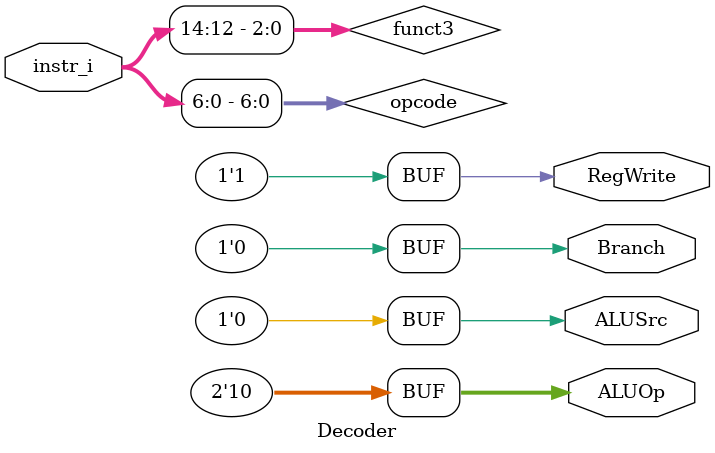
<source format=v>
`timescale 1ns/1ps

module Decoder(
	input	[32-1:0] 	instr_i,
	output wire			ALUSrc,
	output wire			RegWrite,
	output wire			Branch,
	output wire [2-1:0]	ALUOp
	);
	
//Internal Signals
wire	[7-1:0]		opcode;
wire 	[3-1:0]		funct3;
wire	[3-1:0]		Instr_field; 			//LAB3只有R type 所以用不到
wire	[9-1:0]		Ctrl_o; 				//LAB3 只有 R type 所以用不到


/* Write your code HERE */
//注意我目前只時做了 R type 相關的，之後的 lab 會用到其他的 type，要記得改
//下面這些這樣寫是因為 All instr in given table are R type
assign funct3 = instr_i[14:12];
assign opcode = instr_i[6:0];
assign Branch = 1'b0;						//比如之後可能改成 Branch <=(opcode == 7'b1100011) ? 1: 0;
assign RegWrite = 1'b1;
assign ALUOp = 2'b10;
assign ALUSrc = 1'b0;

endmodule





                    
                    

</source>
